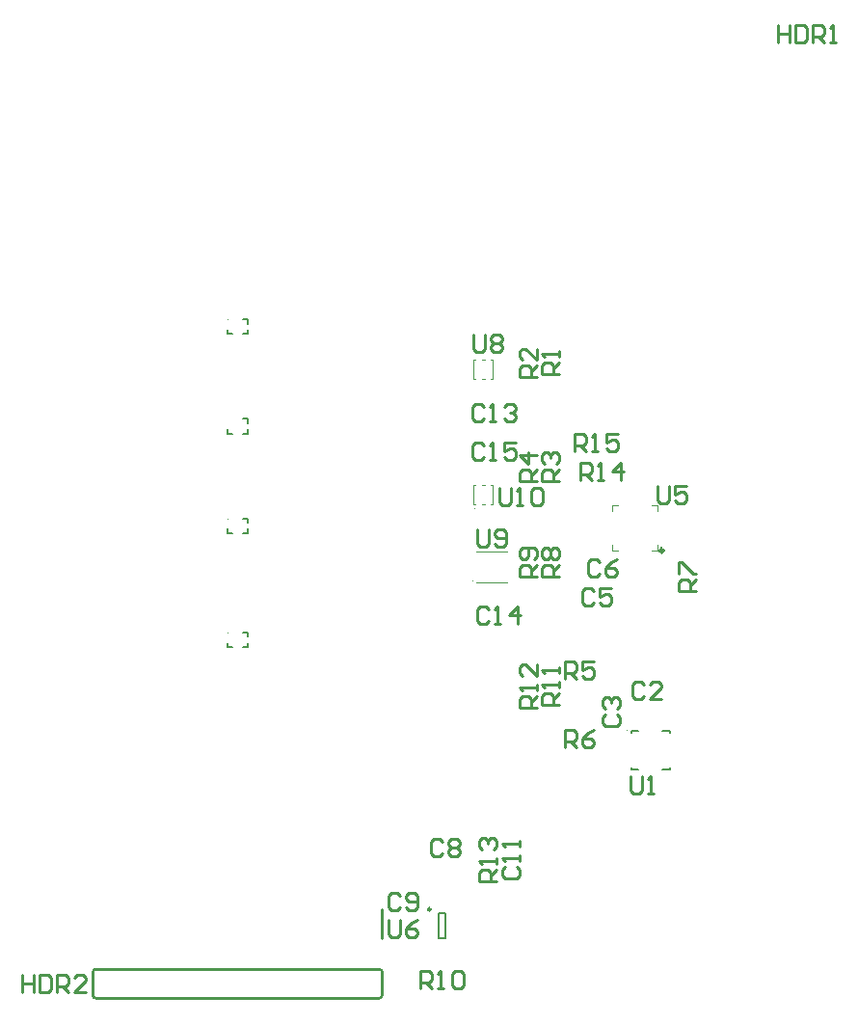
<source format=gbr>
%TF.GenerationSoftware,Altium Limited,Altium Designer,24.0.1 (36)*%
G04 Layer_Color=65535*
%FSLAX25Y25*%
%MOIN*%
%TF.SameCoordinates,674ED1FF-067C-45DD-8C41-4F82C3FA2B26*%
%TF.FilePolarity,Positive*%
%TF.FileFunction,Legend,Top*%
%TF.Part,Single*%
G01*
G75*
%TA.AperFunction,NonConductor*%
%ADD45C,0.00394*%
%ADD46C,0.00984*%
%ADD47C,0.01280*%
%ADD48C,0.01000*%
%ADD49C,0.00787*%
D45*
X259105Y183906D02*
G03*
X259105Y183906I-197J0D01*
G01*
X258594Y159005D02*
G03*
X258594Y159005I-197J0D01*
G01*
X265404Y236817D02*
G03*
X265404Y236817I-197J0D01*
G01*
X174023Y141024D02*
G03*
X174023Y141024I-197J0D01*
G01*
Y180394D02*
G03*
X174023Y180394I-197J0D01*
G01*
X173996Y214843D02*
G03*
X173996Y214843I-197J0D01*
G01*
Y249291D02*
G03*
X173996Y249291I-197J0D01*
G01*
X311813Y107143D02*
G03*
X311813Y107143I-197J0D01*
G01*
X264715Y191977D02*
X265404D01*
X261565D02*
X262550D01*
X265404Y185284D02*
Y191977D01*
X264715Y185284D02*
X265404D01*
X261565D02*
X262550D01*
X258711Y191977D02*
X259400D01*
X258711Y185284D02*
X259400D01*
X258711D02*
Y191977D01*
X259677Y169143D02*
X270307D01*
X259677Y158513D02*
X270307D01*
X264715Y235439D02*
X265404D01*
X261565D02*
X262550D01*
X265404Y228746D02*
Y235439D01*
X264715Y228746D02*
X265404D01*
X261565D02*
X262550D01*
X258711Y235439D02*
X259400D01*
X258711Y228746D02*
X259400D01*
X258711D02*
Y235439D01*
X306518Y169291D02*
X308487D01*
X306518D02*
Y171260D01*
X322266Y169291D02*
Y171260D01*
X320298Y169291D02*
X322266D01*
X320298Y185039D02*
X322266D01*
Y183071D02*
Y185039D01*
X306518Y183071D02*
Y185039D01*
X308487D01*
D46*
X243931Y45396D02*
G03*
X243931Y45396I-492J0D01*
G01*
D47*
X324380Y169488D02*
G03*
X324380Y169488I-640J0D01*
G01*
D48*
X227087Y23685D02*
G03*
X226087Y24685I-1000J0D01*
G01*
Y14685D02*
G03*
X227087Y15685I0J1000D01*
G01*
X128087Y24685D02*
G03*
X127087Y23685I0J-1000D01*
G01*
Y15685D02*
G03*
X128087Y14685I1000J0D01*
G01*
X227087Y35551D02*
Y45551D01*
Y15685D02*
Y23685D01*
X127087Y15685D02*
Y23685D01*
X128087Y14685D02*
X226087D01*
X128087Y24685D02*
X226087D01*
X264009Y149028D02*
X263009Y150028D01*
X261010D01*
X260010Y149028D01*
Y145029D01*
X261010Y144029D01*
X263009D01*
X264009Y145029D01*
X266008Y144029D02*
X268007D01*
X267008D01*
Y150028D01*
X266008Y149028D01*
X274005Y144029D02*
Y150028D01*
X271006Y147028D01*
X275005D01*
X267572Y191209D02*
Y186210D01*
X268571Y185210D01*
X270571D01*
X271571Y186210D01*
Y191209D01*
X273570Y185210D02*
X275569D01*
X274570D01*
Y191209D01*
X273570Y190209D01*
X278568D02*
X279568Y191209D01*
X281567D01*
X282567Y190209D01*
Y186210D01*
X281567Y185210D01*
X279568D01*
X278568Y186210D01*
Y190209D01*
X259994Y176909D02*
Y171910D01*
X260993Y170910D01*
X262993D01*
X263992Y171910D01*
Y176909D01*
X265992Y171910D02*
X266991Y170910D01*
X268991D01*
X269990Y171910D01*
Y175909D01*
X268991Y176909D01*
X266991D01*
X265992Y175909D01*
Y174909D01*
X266991Y173909D01*
X269990D01*
X262269Y205791D02*
X261270Y206791D01*
X259270D01*
X258271Y205791D01*
Y201793D01*
X259270Y200793D01*
X261270D01*
X262269Y201793D01*
X264269Y200793D02*
X266268D01*
X265268D01*
Y206791D01*
X264269Y205791D01*
X273266Y206791D02*
X269267D01*
Y203792D01*
X271267Y204792D01*
X272266D01*
X273266Y203792D01*
Y201793D01*
X272266Y200793D01*
X270267D01*
X269267Y201793D01*
X258763Y244184D02*
Y239186D01*
X259762Y238186D01*
X261762D01*
X262761Y239186D01*
Y244184D01*
X264761Y243185D02*
X265760Y244184D01*
X267760D01*
X268759Y243185D01*
Y242185D01*
X267760Y241185D01*
X268759Y240186D01*
Y239186D01*
X267760Y238186D01*
X265760D01*
X264761Y239186D01*
Y240186D01*
X265760Y241185D01*
X264761Y242185D01*
Y243185D01*
X265760Y241185D02*
X267760D01*
X262274Y218995D02*
X261274Y219995D01*
X259275D01*
X258275Y218995D01*
Y214997D01*
X259275Y213997D01*
X261274D01*
X262274Y214997D01*
X264273Y213997D02*
X266273D01*
X265273D01*
Y219995D01*
X264273Y218995D01*
X269272D02*
X270271Y219995D01*
X272271D01*
X273270Y218995D01*
Y217996D01*
X272271Y216996D01*
X271271D01*
X272271D01*
X273270Y215996D01*
Y214997D01*
X272271Y213997D01*
X270271D01*
X269272Y214997D01*
X102541Y22684D02*
Y16686D01*
Y19685D01*
X106540D01*
Y22684D01*
Y16686D01*
X108539Y22684D02*
Y16686D01*
X111538D01*
X112538Y17686D01*
Y21684D01*
X111538Y22684D01*
X108539D01*
X114537Y16686D02*
Y22684D01*
X117536D01*
X118536Y21684D01*
Y19685D01*
X117536Y18685D01*
X114537D01*
X116536D02*
X118536Y16686D01*
X124534D02*
X120535D01*
X124534Y20685D01*
Y21684D01*
X123534Y22684D01*
X121535D01*
X120535Y21684D01*
X293684Y203694D02*
Y209692D01*
X296683D01*
X297682Y208692D01*
Y206693D01*
X296683Y205693D01*
X293684D01*
X295683D02*
X297682Y203694D01*
X299682D02*
X301681D01*
X300681D01*
Y209692D01*
X299682Y208692D01*
X308679Y209692D02*
X304680D01*
Y206693D01*
X306679Y207693D01*
X307679D01*
X308679Y206693D01*
Y204694D01*
X307679Y203694D01*
X305680D01*
X304680Y204694D01*
X295652Y193851D02*
Y199849D01*
X298651D01*
X299651Y198850D01*
Y196850D01*
X298651Y195851D01*
X295652D01*
X297651D02*
X299651Y193851D01*
X301650D02*
X303649D01*
X302650D01*
Y199849D01*
X301650Y198850D01*
X309647Y193851D02*
Y199849D01*
X306648Y196850D01*
X310647D01*
X229254Y41745D02*
Y36747D01*
X230253Y35747D01*
X232253D01*
X233252Y36747D01*
Y41745D01*
X239250D02*
X237251Y40745D01*
X235251Y38746D01*
Y36747D01*
X236251Y35747D01*
X238250D01*
X239250Y36747D01*
Y37746D01*
X238250Y38746D01*
X235251D01*
X322150Y191630D02*
Y186631D01*
X323149Y185632D01*
X325149D01*
X326148Y186631D01*
Y191630D01*
X332147D02*
X328148D01*
Y188631D01*
X330147Y189630D01*
X331147D01*
X332147Y188631D01*
Y186631D01*
X331147Y185632D01*
X329148D01*
X328148Y186631D01*
X312930Y91582D02*
Y86583D01*
X313930Y85584D01*
X315930D01*
X316929Y86583D01*
Y91582D01*
X318929Y85584D02*
X320928D01*
X319928D01*
Y91582D01*
X318929Y90582D01*
X266615Y55007D02*
X260617D01*
Y58006D01*
X261617Y59005D01*
X263616D01*
X264616Y58006D01*
Y55007D01*
Y57006D02*
X266615Y59005D01*
Y61005D02*
Y63004D01*
Y62005D01*
X260617D01*
X261617Y61005D01*
Y66003D02*
X260617Y67003D01*
Y69002D01*
X261617Y70002D01*
X262616D01*
X263616Y69002D01*
Y68002D01*
Y69002D01*
X264616Y70002D01*
X265616D01*
X266615Y69002D01*
Y67003D01*
X265616Y66003D01*
X280558Y115231D02*
X274560D01*
Y118230D01*
X275560Y119230D01*
X277559D01*
X278559Y118230D01*
Y115231D01*
Y117231D02*
X280558Y119230D01*
Y121229D02*
Y123229D01*
Y122229D01*
X274560D01*
X275560Y121229D01*
X280558Y130227D02*
Y126228D01*
X276559Y130227D01*
X275560D01*
X274560Y129227D01*
Y127227D01*
X275560Y126228D01*
X288432Y116231D02*
X282434D01*
Y119230D01*
X283434Y120230D01*
X285433D01*
X286433Y119230D01*
Y116231D01*
Y118230D02*
X288432Y120230D01*
Y122229D02*
Y124229D01*
Y123229D01*
X282434D01*
X283434Y122229D01*
X288432Y127227D02*
Y129227D01*
Y128227D01*
X282434D01*
X283434Y127227D01*
X240371Y18167D02*
Y24165D01*
X243370D01*
X244369Y23165D01*
Y21166D01*
X243370Y20166D01*
X240371D01*
X242370D02*
X244369Y18167D01*
X246369D02*
X248368D01*
X247368D01*
Y24165D01*
X246369Y23165D01*
X251367D02*
X252367Y24165D01*
X254366D01*
X255366Y23165D01*
Y19166D01*
X254366Y18167D01*
X252367D01*
X251367Y19166D01*
Y23165D01*
X280558Y160356D02*
X274560D01*
Y163355D01*
X275560Y164355D01*
X277559D01*
X278559Y163355D01*
Y160356D01*
Y162355D02*
X280558Y164355D01*
X279558Y166354D02*
X280558Y167354D01*
Y169353D01*
X279558Y170353D01*
X275560D01*
X274560Y169353D01*
Y167354D01*
X275560Y166354D01*
X276559D01*
X277559Y167354D01*
Y170353D01*
X288432Y160356D02*
X282434D01*
Y163355D01*
X283434Y164355D01*
X285433D01*
X286433Y163355D01*
Y160356D01*
Y162355D02*
X288432Y164355D01*
X283434Y166354D02*
X282434Y167354D01*
Y169353D01*
X283434Y170353D01*
X284433D01*
X285433Y169353D01*
X286433Y170353D01*
X287432D01*
X288432Y169353D01*
Y167354D01*
X287432Y166354D01*
X286433D01*
X285433Y167354D01*
X284433Y166354D01*
X283434D01*
X285433Y167354D02*
Y169353D01*
X335676Y155388D02*
X329678D01*
Y158387D01*
X330678Y159387D01*
X332677D01*
X333677Y158387D01*
Y155388D01*
Y157388D02*
X335676Y159387D01*
X329678Y161387D02*
Y165385D01*
X330678D01*
X334677Y161387D01*
X335676D01*
X290277Y101332D02*
Y107330D01*
X293276D01*
X294276Y106330D01*
Y104331D01*
X293276Y103331D01*
X290277D01*
X292277D02*
X294276Y101332D01*
X300274Y107330D02*
X298275Y106330D01*
X296275Y104331D01*
Y102331D01*
X297275Y101332D01*
X299274D01*
X300274Y102331D01*
Y103331D01*
X299274Y104331D01*
X296275D01*
X290277Y124954D02*
Y130952D01*
X293276D01*
X294276Y129952D01*
Y127953D01*
X293276Y126953D01*
X290277D01*
X292277D02*
X294276Y124954D01*
X300274Y130952D02*
X296275D01*
Y127953D01*
X298275Y128952D01*
X299274D01*
X300274Y127953D01*
Y125953D01*
X299274Y124954D01*
X297275D01*
X296275Y125953D01*
X280558Y193552D02*
X274560D01*
Y196551D01*
X275560Y197550D01*
X277559D01*
X278559Y196551D01*
Y193552D01*
Y195551D02*
X280558Y197550D01*
Y202549D02*
X274560D01*
X277559Y199550D01*
Y203549D01*
X288432Y193552D02*
X282434D01*
Y196551D01*
X283434Y197550D01*
X285433D01*
X286433Y196551D01*
Y193552D01*
Y195551D02*
X288432Y197550D01*
X283434Y199550D02*
X282434Y200550D01*
Y202549D01*
X283434Y203549D01*
X284433D01*
X285433Y202549D01*
Y201549D01*
Y202549D01*
X286433Y203549D01*
X287432D01*
X288432Y202549D01*
Y200550D01*
X287432Y199550D01*
X280558Y229254D02*
X274560D01*
Y232253D01*
X275560Y233252D01*
X277559D01*
X278559Y232253D01*
Y229254D01*
Y231253D02*
X280558Y233252D01*
Y239250D02*
Y235252D01*
X276559Y239250D01*
X275560D01*
X274560Y238251D01*
Y236251D01*
X275560Y235252D01*
X288432Y230253D02*
X282434D01*
Y233252D01*
X283434Y234252D01*
X285433D01*
X286433Y233252D01*
Y230253D01*
Y232253D02*
X288432Y234252D01*
Y236251D02*
Y238251D01*
Y237251D01*
X282434D01*
X283434Y236251D01*
X364067Y350952D02*
Y344954D01*
Y347953D01*
X368065D01*
Y350952D01*
Y344954D01*
X370065Y350952D02*
Y344954D01*
X373064D01*
X374063Y345953D01*
Y349952D01*
X373064Y350952D01*
X370065D01*
X376063Y344954D02*
Y350952D01*
X379062D01*
X380062Y349952D01*
Y347953D01*
X379062Y346953D01*
X376063D01*
X378062D02*
X380062Y344954D01*
X382061D02*
X384060D01*
X383061D01*
Y350952D01*
X382061Y349952D01*
X269491Y60005D02*
X268491Y59005D01*
Y57006D01*
X269491Y56006D01*
X273490D01*
X274489Y57006D01*
Y59005D01*
X273490Y60005D01*
X274489Y62005D02*
Y64004D01*
Y63004D01*
X268491D01*
X269491Y62005D01*
X274489Y67003D02*
Y69002D01*
Y68002D01*
X268491D01*
X269491Y67003D01*
X233252Y50141D02*
X232253Y51141D01*
X230253D01*
X229254Y50141D01*
Y46143D01*
X230253Y45143D01*
X232253D01*
X233252Y46143D01*
X235251D02*
X236251Y45143D01*
X238250D01*
X239250Y46143D01*
Y50141D01*
X238250Y51141D01*
X236251D01*
X235251Y50141D01*
Y49142D01*
X236251Y48142D01*
X239250D01*
X248050Y68590D02*
X247050Y69590D01*
X245051D01*
X244051Y68590D01*
Y64591D01*
X245051Y63592D01*
X247050D01*
X248050Y64591D01*
X250049Y68590D02*
X251049Y69590D01*
X253048D01*
X254048Y68590D01*
Y67590D01*
X253048Y66591D01*
X254048Y65591D01*
Y64591D01*
X253048Y63592D01*
X251049D01*
X250049Y64591D01*
Y65591D01*
X251049Y66591D01*
X250049Y67590D01*
Y68590D01*
X251049Y66591D02*
X253048D01*
X302150Y165385D02*
X301150Y166385D01*
X299151D01*
X298151Y165385D01*
Y161387D01*
X299151Y160387D01*
X301150D01*
X302150Y161387D01*
X308148Y166385D02*
X306149Y165385D01*
X304149Y163386D01*
Y161387D01*
X305149Y160387D01*
X307148D01*
X308148Y161387D01*
Y162386D01*
X307148Y163386D01*
X304149D01*
X300181Y155543D02*
X299182Y156542D01*
X297182D01*
X296183Y155543D01*
Y151544D01*
X297182Y150544D01*
X299182D01*
X300181Y151544D01*
X306179Y156542D02*
X302181D01*
Y153543D01*
X304180Y154543D01*
X305180D01*
X306179Y153543D01*
Y151544D01*
X305180Y150544D01*
X303181D01*
X302181Y151544D01*
X304187Y112629D02*
X303187Y111630D01*
Y109630D01*
X304187Y108631D01*
X308186D01*
X309185Y109630D01*
Y111630D01*
X308186Y112629D01*
X304187Y114629D02*
X303187Y115628D01*
Y117628D01*
X304187Y118627D01*
X305187D01*
X306186Y117628D01*
Y116628D01*
Y117628D01*
X307186Y118627D01*
X308186D01*
X309185Y117628D01*
Y115628D01*
X308186Y114629D01*
X317592Y123016D02*
X316592Y124016D01*
X314593D01*
X313593Y123016D01*
Y119017D01*
X314593Y118018D01*
X316592D01*
X317592Y119017D01*
X323590Y118018D02*
X319591D01*
X323590Y122016D01*
Y123016D01*
X322590Y124016D01*
X320591D01*
X319591Y123016D01*
D49*
X173675Y135998D02*
Y137573D01*
Y135998D02*
X175250D01*
X179136Y135985D02*
X180711D01*
Y137559D01*
X180714Y139612D02*
Y141187D01*
X179139D02*
X180714D01*
X249049Y35554D02*
Y44215D01*
X246687Y35554D02*
Y44215D01*
Y35554D02*
X249049D01*
X246687Y44215D02*
X249049D01*
X173675Y175368D02*
Y176943D01*
Y175368D02*
X175250D01*
X179136Y175355D02*
X180711D01*
Y176929D01*
X180714Y178982D02*
Y180557D01*
X179139D02*
X180714D01*
X173648Y209817D02*
Y211392D01*
Y209817D02*
X175223D01*
X179109Y209804D02*
X180684D01*
Y211378D01*
X180687Y213431D02*
Y215006D01*
X179112D02*
X180687D01*
X173648Y244266D02*
Y245841D01*
Y244266D02*
X175223D01*
X179109Y244252D02*
X180684D01*
Y245827D01*
X180687Y247880D02*
Y249455D01*
X179112D02*
X180687D01*
X323998Y93757D02*
X326577D01*
X313191D02*
X315770D01*
X323998Y107143D02*
X326577D01*
X313191D02*
X315770D01*
X326577Y93757D02*
Y94348D01*
Y106553D02*
Y107143D01*
X313191Y93757D02*
Y94348D01*
Y106553D02*
Y107143D01*
%TF.MD5,ab4003e8093da1b99d8e4db8c7093197*%
M02*

</source>
